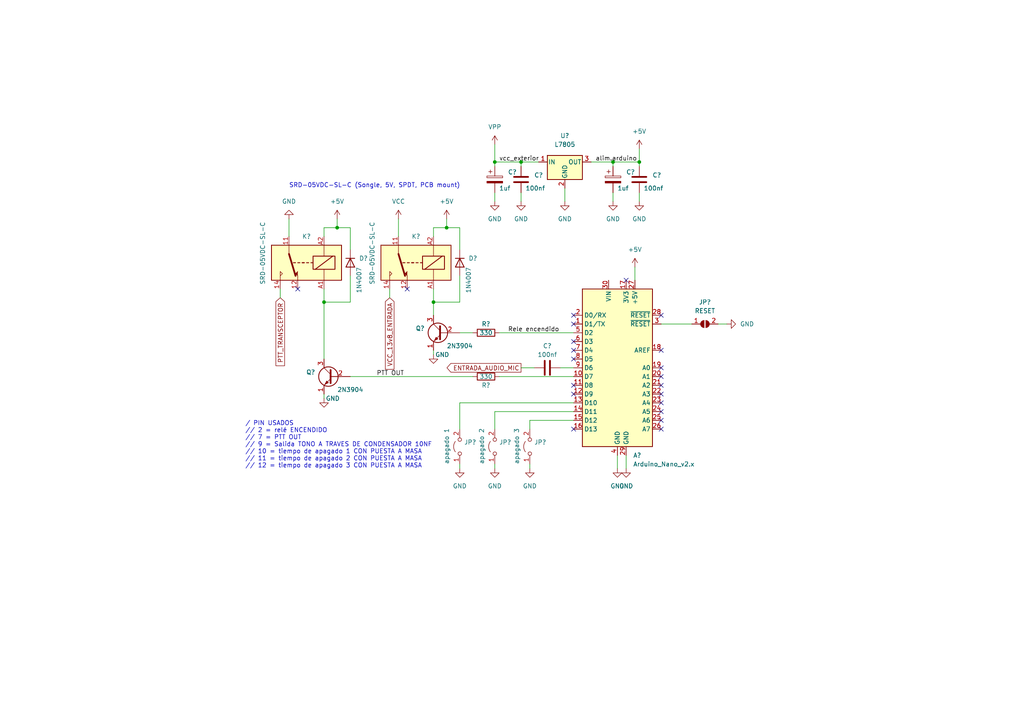
<source format=kicad_sch>
(kicad_sch (version 20211123) (generator eeschema)
  (paper "A4")
  (title_block (title "Baliza") (date "2026-01-30") (rev "1") (company "EA7HG_F4LEC"))
  (lib_symbols
    (symbol "Device:C" (pin_numbers hide) (pin_names (offset 0.254))
      (property "Reference" "C" (at 0.635 2.54 0))
      (property "Value" "C" (at 0.635 -2.54 0))
      (symbol "C_0_1"
        (polyline (pts (xy -2.032 -0.762) (xy 2.032 -0.762)) (stroke (width 0.508)))
        (polyline (pts (xy -2.032 0.762) (xy 2.032 0.762)) (stroke (width 0.508)))
      )
      (symbol "C_1_1"
        (pin passive line (at 0 3.81 270) (length 2.794) (name "~") (number "1"))
        (pin passive line (at 0 -3.81 90) (length 2.794) (name "~") (number "2"))
      )
    )
    (symbol "Device:C_Polarized" (pin_numbers hide) (pin_names (offset 0.254))
      (property "Reference" "C" (at 0.635 2.54 0))
      (property "Value" "C_Polarized" (at 0.635 -2.54 0))
      (symbol "C_Polarized_0_1"
        (rectangle (start -2.286 0.508) (end 2.286 1.016))
        (polyline (pts (xy -1.778 2.286) (xy -0.762 2.286)))
        (polyline (pts (xy -1.27 2.794) (xy -1.27 1.778)))
        (rectangle (start 2.286 -0.508) (end -2.286 -1.016) (fill (type outline)))
      )
      (symbol "C_Polarized_1_1"
        (pin passive line (at 0 3.81 270) (length 2.794) (name "~") (number "1"))
        (pin passive line (at 0 -3.81 90) (length 2.794) (name "~") (number "2"))
      )
    )
    (symbol "Device:R" (pin_numbers hide) (pin_names (offset 0))
      (property "Reference" "R" (at 2.032 0 90))
      (property "Value" "R" (at 0 0 90))
      (symbol "R_0_1"
        (rectangle (start -1.016 -2.54) (end 1.016 2.54) (stroke (width 0.254)))
      )
      (symbol "R_1_1"
        (pin passive line (at 0 3.81 270) (length 1.27) (name "~") (number "1"))
        (pin passive line (at 0 -3.81 90) (length 1.27) (name "~") (number "2"))
      )
    )
    (symbol "Diode:1N4007" (pin_numbers hide) (pin_names hide)
      (property "Reference" "D" (at 0 2.54 0))
      (property "Value" "1N4007" (at 0 -2.54 0))
      (symbol "1N4007_0_1"
        (polyline (pts (xy -1.27 1.27) (xy -1.27 -1.27)) (stroke (width 0.254)))
        (polyline (pts (xy 1.27 0) (xy -1.27 0)))
        (polyline (pts (xy 1.27 1.27) (xy 1.27 -1.27) (xy -1.27 0) (xy 1.27 1.27)) (stroke (width 0.254)))
      )
      (symbol "1N4007_1_1"
        (pin passive line (at -3.81 0 0) (length 2.54) (name "K") (number "1"))
        (pin passive line (at 3.81 0 180) (length 2.54) (name "A") (number "2"))
      )
    )
    (symbol "Jumper:Jumper_2_Open" (pin_names (offset 0) hide)
      (property "Reference" "JP" (at 0 2.794 0))
      (property "Value" "Jumper_2_Open" (at 0 -2.286 0))
      (symbol "Jumper_2_Open_0_0"
        (circle (center -2.032 0) (radius 0.508))
        (circle (center 2.032 0) (radius 0.508))
      )
      (symbol "Jumper_2_Open_0_1"
        (arc (start 1.524 1.27) (mid 0 1.778) (end -1.524 1.27))
      )
      (symbol "Jumper_2_Open_1_1"
        (pin passive line (at -5.08 0 0) (length 2.54) (name "A") (number "1"))
        (pin passive line (at 5.08 0 180) (length 2.54) (name "B") (number "2"))
      )
    )
    (symbol "Jumper:SolderJumper_2_Open" (pin_names (offset 0) hide)
      (property "Reference" "JP" (at 0 2.032 0))
      (property "Value" "SolderJumper_2_Open" (at 0 -2.54 0))
      (symbol "SolderJumper_2_Open_0_1"
        (arc (start -0.254 1.016) (mid -1.27 0) (end -0.254 -1.016))
        (arc (start -0.254 1.016) (mid -1.27 0) (end -0.254 -1.016) (fill (type outline)))
        (polyline (pts (xy -0.254 1.016) (xy -0.254 -1.016)))
        (polyline (pts (xy 0.254 1.016) (xy 0.254 -1.016)))
        (arc (start 0.254 -1.016) (mid 1.27 0) (end 0.254 1.016))
        (arc (start 0.254 -1.016) (mid 1.27 0) (end 0.254 1.016) (fill (type outline)))
      )
      (symbol "SolderJumper_2_Open_1_1"
        (pin passive line (at -3.81 0 0) (length 2.54) (name "A") (number "1"))
        (pin passive line (at 3.81 0 180) (length 2.54) (name "B") (number "2"))
      )
    )
    (symbol "MCU_Module:Arduino_Nano_v2.x"
      (property "Reference" "A" (at -10.16 23.495 0))
      (property "Value" "Arduino_Nano_v2.x" (at 5.08 -24.13 0))
      (symbol "Arduino_Nano_v2.x_0_1"
        (rectangle (start -10.16 22.86) (end 10.16 -22.86) (stroke (width 0.254)) (fill (type background)))
      )
      (symbol "Arduino_Nano_v2.x_1_1"
        (pin bidirectional line (at -12.7 12.7 0) (length 2.54) (name "D1/TX") (number "1"))
        (pin bidirectional line (at -12.7 -2.54 0) (length 2.54) (name "D7") (number "10"))
        (pin bidirectional line (at -12.7 -5.08 0) (length 2.54) (name "D8") (number "11"))
        (pin bidirectional line (at -12.7 -7.62 0) (length 2.54) (name "D9") (number "12"))
        (pin bidirectional line (at -12.7 -10.16 0) (length 2.54) (name "D10") (number "13"))
        (pin bidirectional line (at -12.7 -12.7 0) (length 2.54) (name "D11") (number "14"))
        (pin bidirectional line (at -12.7 -15.24 0) (length 2.54) (name "D12") (number "15"))
        (pin bidirectional line (at -12.7 -17.78 0) (length 2.54) (name "D13") (number "16"))
        (pin power_out line (at 2.54 25.4 270) (length 2.54) (name "3V3") (number "17"))
        (pin input line (at 12.7 5.08 180) (length 2.54) (name "AREF") (number "18"))
        (pin bidirectional line (at 12.7 0 180) (length 2.54) (name "A0") (number "19"))
        (pin bidirectional line (at -12.7 15.24 0) (length 2.54) (name "D0/RX") (number "2"))
        (pin bidirectional line (at 12.7 -2.54 180) (length 2.54) (name "A1") (number "20"))
        (pin bidirectional line (at 12.7 -5.08 180) (length 2.54) (name "A2") (number "21"))
        (pin bidirectional line (at 12.7 -7.62 180) (length 2.54) (name "A3") (number "22"))
        (pin bidirectional line (at 12.7 -10.16 180) (length 2.54) (name "A4") (number "23"))
        (pin bidirectional line (at 12.7 -12.7 180) (length 2.54) (name "A5") (number "24"))
        (pin bidirectional line (at 12.7 -15.24 180) (length 2.54) (name "A6") (number "25"))
        (pin bidirectional line (at 12.7 -17.78 180) (length 2.54) (name "A7") (number "26"))
        (pin power_out line (at 5.08 25.4 270) (length 2.54) (name "+5V") (number "27"))
        (pin input line (at 12.7 15.24 180) (length 2.54) (name "~{RESET}") (number "28"))
        (pin power_in line (at 2.54 -25.4 90) (length 2.54) (name "GND") (number "29"))
        (pin input line (at 12.7 12.7 180) (length 2.54) (name "~{RESET}") (number "3"))
        (pin power_in line (at -2.54 25.4 270) (length 2.54) (name "VIN") (number "30"))
        (pin power_in line (at 0 -25.4 90) (length 2.54) (name "GND") (number "4"))
        (pin bidirectional line (at -12.7 10.16 0) (length 2.54) (name "D2") (number "5"))
        (pin bidirectional line (at -12.7 7.62 0) (length 2.54) (name "D3") (number "6"))
        (pin bidirectional line (at -12.7 5.08 0) (length 2.54) (name "D4") (number "7"))
        (pin bidirectional line (at -12.7 2.54 0) (length 2.54) (name "D5") (number "8"))
        (pin bidirectional line (at -12.7 0 0) (length 2.54) (name "D6") (number "9"))
      )
    )
    (symbol "Regulator_Linear:L7805" (pin_names (offset 0.254))
      (property "Reference" "U" (at -3.81 3.175 0))
      (property "Value" "L7805" (at 0 3.175 0))
      (symbol "L7805_0_1"
        (rectangle (start -5.08 1.905) (end 5.08 -5.08) (stroke (width 0.254)) (fill (type background)))
      )
      (symbol "L7805_1_1"
        (pin power_in line (at -7.62 0 0) (length 2.54) (name "IN") (number "1"))
        (pin power_in line (at 0 -7.62 90) (length 2.54) (name "GND") (number "2"))
        (pin power_out line (at 7.62 0 180) (length 2.54) (name "OUT") (number "3"))
      )
    )
    (symbol "Relay:FINDER-36.11"
      (property "Reference" "K" (at 11.43 3.81 0))
      (property "Value" "FINDER-36.11" (at 11.43 1.27 0))
      (symbol "FINDER-36.11_0_0"
        (polyline (pts (xy 2.54 3.81) (xy 2.54 5.08)))
        (polyline (pts (xy 7.62 3.81) (xy 7.62 5.08)))
        (polyline (pts (xy 7.62 3.81) (xy 7.62 2.54) (xy 6.985 3.175) (xy 7.62 3.81)))
      )
      (symbol "FINDER-36.11_0_1"
        (rectangle (start -10.16 5.08) (end 10.16 -5.08) (stroke (width 0.254)) (fill (type background)))
        (rectangle (start -8.255 1.905) (end -1.905 -1.905) (stroke (width 0.254)))
        (polyline (pts (xy -7.62 -1.905) (xy -2.54 1.905)) (stroke (width 0.254)))
        (polyline (pts (xy -5.08 -5.08) (xy -5.08 -1.905)))
        (polyline (pts (xy -5.08 5.08) (xy -5.08 1.905)))
        (polyline (pts (xy -1.905 0) (xy -1.27 0)) (stroke (width 0.254)))
        (polyline (pts (xy -0.635 0) (xy 0 0)) (stroke (width 0.254)))
        (polyline (pts (xy 0.635 0) (xy 1.27 0)) (stroke (width 0.254)))
        (polyline (pts (xy 0.635 0) (xy 1.27 0)) (stroke (width 0.254)))
        (polyline (pts (xy 1.905 0) (xy 2.54 0)) (stroke (width 0.254)))
        (polyline (pts (xy 3.175 0) (xy 3.81 0)) (stroke (width 0.254)))
        (polyline (pts (xy 5.08 -2.54) (xy 3.175 3.81)) (stroke (width 0.508)))
        (polyline (pts (xy 5.08 -2.54) (xy 5.08 -5.08)))
        (polyline (pts (xy 2.54 2.54) (xy 3.175 3.175) (xy 2.54 3.81)) (fill (type outline)))
      )
      (symbol "FINDER-36.11_1_1"
        (pin passive line (at 5.08 -7.62 90) (length 2.54) (name "~") (number "11"))
        (pin passive line (at 2.54 7.62 270) (length 2.54) (name "~") (number "12"))
        (pin passive line (at 7.62 7.62 270) (length 2.54) (name "~") (number "14"))
        (pin passive line (at -5.08 7.62 270) (length 2.54) (name "~") (number "A1"))
        (pin passive line (at -5.08 -7.62 90) (length 2.54) (name "~") (number "A2"))
      )
    )
    (symbol "Transistor_BJT:2N3904" (pin_names (offset 0) hide)
      (property "Reference" "Q" (at 5.08 1.905 0))
      (property "Value" "2N3904" (at 5.08 0 0))
      (symbol "2N3904_0_1"
        (polyline (pts (xy 0.635 0.635) (xy 2.54 2.54)))
        (polyline (pts (xy 0.635 -0.635) (xy 2.54 -2.54) (xy 2.54 -2.54)))
        (polyline (pts (xy 0.635 1.905) (xy 0.635 -1.905) (xy 0.635 -1.905)) (stroke (width 0.508)))
        (polyline (pts (xy 1.27 -1.778) (xy 1.778 -1.27) (xy 2.286 -2.286) (xy 1.27 -1.778) (xy 1.27 -1.778)) (fill (type outline)))
        (circle (center 1.27 0) (radius 2.8194) (stroke (width 0.254)))
      )
      (symbol "2N3904_1_1"
        (pin passive line (at 2.54 -5.08 90) (length 2.54) (name "E") (number "1"))
        (pin passive line (at -5.08 0 0) (length 5.715) (name "B") (number "2"))
        (pin passive line (at 2.54 5.08 270) (length 2.54) (name "C") (number "3"))
      )
    )
    (symbol "power:+5V" (power) (pin_names (offset 0))
      (property "Value" "+5V" (at 0 3.556 0))
      (symbol "+5V_0_1"
        (polyline (pts (xy -0.762 1.27) (xy 0 2.54)))
        (polyline (pts (xy 0 0) (xy 0 2.54)))
        (polyline (pts (xy 0 2.54) (xy 0.762 1.27)))
      )
      (symbol "+5V_1_1"
        (pin power_in line (at 0 0 90) (length 0) hide (name "+5V") (number "1"))
      )
    )
    (symbol "power:GND" (power) (pin_names (offset 0))
      (property "Value" "GND" (at 0 -3.81 0))
      (symbol "GND_0_1"
        (polyline (pts (xy 0 0) (xy 0 -1.27) (xy 1.27 -1.27) (xy 0 -2.54) (xy -1.27 -1.27) (xy 0 -1.27)))
      )
      (symbol "GND_1_1"
        (pin power_in line (at 0 0 270) (length 0) hide (name "GND") (number "1"))
      )
    )
    (symbol "power:VCC" (power) (pin_names (offset 0))
      (property "Value" "VCC" (at 0 3.81 0))
      (symbol "VCC_0_1"
        (polyline (pts (xy -0.762 1.27) (xy 0 2.54)))
        (polyline (pts (xy 0 0) (xy 0 2.54)))
        (polyline (pts (xy 0 2.54) (xy 0.762 1.27)))
      )
      (symbol "VCC_1_1"
        (pin power_in line (at 0 0 90) (length 0) hide (name "VCC") (number "1"))
      )
    )
    (symbol "power:VPP" (power) (pin_names (offset 0))
      (property "Value" "VPP" (at 0 3.81 0))
      (symbol "VPP_0_1"
        (polyline (pts (xy -0.762 1.27) (xy 0 2.54)))
        (polyline (pts (xy 0 0) (xy 0 2.54)))
        (polyline (pts (xy 0 2.54) (xy 0.762 1.27)))
      )
      (symbol "VPP_1_1"
        (pin power_in line (at 0 0 90) (length 0) hide (name "VPP") (number "1"))
      )
    )
  )
  (junction (at 97.79 66.04))
  (junction (at 151.13 46.99))
  (junction (at 129.54 66.04))
  (junction (at 177.8 46.99))
  (junction (at 185.42 46.99))
  (junction (at 93.98 87.63))
  (junction (at 143.51 46.99))
  (junction (at 125.73 87.63))
  (no_connect (at 191.77 119.38))
  (no_connect (at 166.37 111.76))
  (no_connect (at 166.37 91.44))
  (no_connect (at 191.77 124.46))
  (no_connect (at 191.77 116.84))
  (no_connect (at 166.37 101.6))
  (no_connect (at 181.61 81.28))
  (no_connect (at 166.37 104.14))
  (no_connect (at 191.77 106.68))
  (no_connect (at 191.77 121.92))
  (no_connect (at 166.37 99.06))
  (no_connect (at 191.77 101.6))
  (no_connect (at 191.77 114.3))
  (no_connect (at 166.37 93.98))
  (no_connect (at 191.77 111.76))
  (no_connect (at 191.77 91.44))
  (no_connect (at 191.77 109.22))
  (no_connect (at 118.11 83.82))
  (no_connect (at 166.37 124.46))
  (no_connect (at 166.37 114.3))
  (no_connect (at 86.36 83.82))
  (wire (pts (xy 97.79 66.04) (xy 93.98 66.04)))
  (wire (pts (xy 143.51 55.88) (xy 143.51 58.42)))
  (wire (pts (xy 93.98 87.63) (xy 101.6 87.63)))
  (wire (pts (xy 151.13 46.99) (xy 151.13 48.26)))
  (wire (pts (xy 101.6 80.01) (xy 101.6 87.63)))
  (wire (pts (xy 144.78 109.22) (xy 166.37 109.22)))
  (wire (pts (xy 125.73 83.82) (xy 125.73 87.63)))
  (wire (pts (xy 151.13 106.68) (xy 154.94 106.68)))
  (wire (pts (xy 151.13 55.88) (xy 151.13 58.42)))
  (wire (pts (xy 133.35 72.39) (xy 133.35 66.04)))
  (wire (pts (xy 153.67 134.62) (xy 153.67 135.89)))
  (wire (pts (xy 153.67 121.92) (xy 153.67 124.46)))
  (wire (pts (xy 184.15 77.47) (xy 184.15 81.28)))
  (wire (pts (xy 133.35 80.01) (xy 133.35 87.63)))
  (wire (pts (xy 129.54 66.04) (xy 125.73 66.04)))
  (wire (pts (xy 133.35 87.63) (xy 125.73 87.63)))
  (wire (pts (xy 125.73 87.63) (xy 125.73 91.44)))
  (wire (pts (xy 125.73 101.6) (xy 125.73 102.87)))
  (wire (pts (xy 93.98 87.63) (xy 93.98 104.14)))
  (wire (pts (xy 143.51 119.38) (xy 143.51 124.46)))
  (wire (pts (xy 113.03 83.82) (xy 113.03 86.36)))
  (wire (pts (xy 166.37 121.92) (xy 153.67 121.92)))
  (wire (pts (xy 166.37 119.38) (xy 143.51 119.38)))
  (wire (pts (xy 101.6 72.39) (xy 101.6 66.04)))
  (wire (pts (xy 208.28 93.98) (xy 210.82 93.98)))
  (wire (pts (xy 143.51 41.91) (xy 143.51 46.99)))
  (wire (pts (xy 177.8 46.99) (xy 177.8 48.26)))
  (wire (pts (xy 125.73 66.04) (xy 125.73 68.58)))
  (wire (pts (xy 129.54 63.5) (xy 129.54 66.04)))
  (wire (pts (xy 179.07 132.08) (xy 179.07 135.89)))
  (wire (pts (xy 101.6 109.22) (xy 137.16 109.22)))
  (wire (pts (xy 185.42 46.99) (xy 185.42 48.26)))
  (wire (pts (xy 93.98 83.82) (xy 93.98 87.63)))
  (wire (pts (xy 181.61 132.08) (xy 181.61 135.89)))
  (wire (pts (xy 97.79 63.5) (xy 97.79 66.04)))
  (wire (pts (xy 133.35 66.04) (xy 129.54 66.04)))
  (wire (pts (xy 163.83 54.61) (xy 163.83 58.42)))
  (wire (pts (xy 81.28 83.82) (xy 81.28 86.36)))
  (wire (pts (xy 83.82 63.5) (xy 83.82 68.58)))
  (wire (pts (xy 185.42 43.18) (xy 185.42 46.99)))
  (wire (pts (xy 156.21 46.99) (xy 151.13 46.99)))
  (wire (pts (xy 162.56 106.68) (xy 166.37 106.68)))
  (wire (pts (xy 143.51 134.62) (xy 143.51 135.89)))
  (wire (pts (xy 191.77 93.98) (xy 200.66 93.98)))
  (wire (pts (xy 133.35 116.84) (xy 133.35 124.46)))
  (wire (pts (xy 115.57 63.5) (xy 115.57 68.58)))
  (wire (pts (xy 171.45 46.99) (xy 177.8 46.99)))
  (wire (pts (xy 133.35 96.52) (xy 137.16 96.52)))
  (wire (pts (xy 177.8 55.88) (xy 177.8 58.42)))
  (wire (pts (xy 185.42 46.99) (xy 177.8 46.99)))
  (wire (pts (xy 151.13 46.99) (xy 143.51 46.99)))
  (wire (pts (xy 101.6 66.04) (xy 97.79 66.04)))
  (wire (pts (xy 93.98 66.04) (xy 93.98 68.58)))
  (wire (pts (xy 144.78 96.52) (xy 166.37 96.52)))
  (wire (pts (xy 93.98 114.3) (xy 93.98 115.57)))
  (wire (pts (xy 166.37 116.84) (xy 133.35 116.84)))
  (wire (pts (xy 143.51 46.99) (xy 143.51 48.26)))
  (wire (pts (xy 185.42 55.88) (xy 185.42 58.42)))
  (wire (pts (xy 133.35 134.62) (xy 133.35 135.89)))
  (text "/ PIN USADOS\n// 2 = relé ENCENDIDO\n// 7 = PTT OUT  \n// 9 = Salida TONO A TRAVES DE CONDENSADOR 10NF\n// 10 = tiempo de apagado 1 CON PUESTA A MASA\n// 11 = tiempo de apagado 2 CON PUESTA A MASA\n// 12 = tiempo de apagado 3 CON PUESTA A MASA" (at 71.12 135.89 0) (effects (font (size 1.27 1.27)) (justify left bottom)))
  (text "SRD-05VDC-SL-C (Songle, 5V, SPDT, PCB mount) " (at 83.82 54.61 0) (effects (font (size 1.27 1.27)) (justify left bottom)))
  (label "vcc_exterior" (at 144.78 46.99 0))
  (label "Rele encendido" (at 147.32 96.52 0))
  (label "alim.arduino" (at 172.72 46.99 0))
  (label "PTT OUT" (at 109.22 109.22 0))
  (global_label "VCC_13v8_ENTRADA" (shape input) (at 113.03 86.36 270) (property "Références Inter-Feuilles" "${INTERSHEET_REFS}" (effects hide)))
  (global_label "PTT_TRANSCEPTOR" (shape input) (at 81.28 86.36 270) (property "Références Inter-Feuilles" "${INTERSHEET_REFS}" (effects hide)))
  (global_label "ENTRADA_AUDIO_MIC" (shape output) (at 151.13 106.68 180) (property "Références Inter-Feuilles" "${INTERSHEET_REFS}" (effects hide)))
  (symbol (lib_id "Jumper:Jumper_2_Open") (at 153.67 129.54 90) (unit 1)
    (property "Reference" "JP?" (at 154.94 128.2699 90) (effects (justify right)))
    (property "Value" "apagado 3" (at 149.86 134.62 0) (effects (justify left)))
  )
  (symbol (lib_id "Device:C") (at 185.42 52.07 0) (unit 1)
    (property "Reference" "C?" (at 189.23 50.7999 0) (effects (justify left)))
    (property "Value" "100nf" (at 186.69 54.61 0) (effects (justify left)))
  )
  (symbol (lib_id "Regulator_Linear:L7805") (at 163.83 46.99 0) (unit 1)
    (property "Reference" "U?" (at 163.83 39.37 0))
    (property "Value" "L7805" (at 163.83 41.91 0))
    (property "Datasheet" "http://www.st.com/content/ccc/resource/technical/document/datasheet/41/4f/b3/b0/12/d4/47/88/CD00000444.pdf/files/CD00000444.pdf/jcr:content/translations/en.CD00000444.pdf" (effects hide))
  )
  (symbol (lib_id "power:GND") (at 83.82 63.5 180) (unit 1)
    (property "Reference" "#PWR?" (effects hide))
    (property "Value" "GND" (at 83.82 58.42 0))
  )
  (symbol (lib_id "Jumper:Jumper_2_Open") (at 133.35 129.54 90) (unit 1)
    (property "Reference" "JP?" (at 134.62 128.2699 90) (effects (justify right)))
    (property "Value" "apagado 1" (at 129.54 134.62 0) (effects (justify left)))
  )
  (symbol (lib_id "power:GND") (at 133.35 135.89 0) (unit 1)
    (property "Reference" "#PWR?" (effects hide))
    (property "Value" "GND" (at 133.35 140.97 0))
  )
  (symbol (lib_id "power:GND") (at 185.42 58.42 0) (unit 1)
    (property "Reference" "#PWR?" (effects hide))
    (property "Value" "GND" (at 185.42 63.5 0))
  )
  (symbol (lib_id "power:VCC") (at 115.57 63.5 0) (unit 1)
    (property "Reference" "#PWR?" (effects hide))
    (property "Value" "VCC" (at 115.57 58.42 0))
  )
  (symbol (lib_id "power:GND") (at 179.07 135.89 0) (unit 1)
    (property "Reference" "#PWR?" (effects hide))
    (property "Value" "GND" (at 179.07 140.97 0))
  )
  (symbol (lib_id "Diode:1N4007") (at 101.6 76.2 270) (unit 1)
    (property "Reference" "D?" (at 104.14 74.9299 90) (effects (justify left)))
    (property "Value" "1N4007" (at 104.14 77.47 0) (effects (justify left)))
    (property "Footprint" "Diode_THT:D_DO-41_SOD81_P10.16mm_Horizontal" (effects hide))
    (property "Datasheet" "http://www.vishay.com/docs/88503/1n4001.pdf" (effects hide))
  )
  (symbol (lib_id "power:GND") (at 143.51 58.42 0) (unit 1)
    (property "Reference" "#PWR?" (effects hide))
    (property "Value" "GND" (at 143.51 63.5 0))
  )
  (symbol (lib_id "Device:R") (at 140.97 109.22 90) (unit 1)
    (property "Reference" "R?" (at 140.97 111.76 90))
    (property "Value" "330" (at 140.97 109.22 90))
  )
  (symbol (lib_id "MCU_Module:Arduino_Nano_v2.x") (at 179.07 106.68 0) (unit 1)
    (property "Reference" "A?" (at 183.6294 132.08 0) (effects (justify left)))
    (property "Value" "Arduino_Nano_v2.x" (at 183.6294 134.62 0) (effects (justify left)))
    (property "Footprint" "Module:Arduino_Nano" (effects hide))
    (property "Datasheet" "https://www.arduino.cc/en/uploads/Main/ArduinoNanoManual23.pdf" (effects hide))
  )
  (symbol (lib_id "power:GND") (at 125.73 102.87 0) (unit 1)
    (property "Reference" "#PWR?" (effects hide))
    (property "Value" "GND" (at 128.27 102.87 0))
  )
  (symbol (lib_id "power:GND") (at 151.13 58.42 0) (unit 1)
    (property "Reference" "#PWR?" (effects hide))
    (property "Value" "GND" (at 151.13 63.5 0))
  )
  (symbol (lib_id "Device:C") (at 151.13 52.07 0) (unit 1)
    (property "Reference" "C?" (at 154.94 50.7999 0) (effects (justify left)))
    (property "Value" "100nf" (at 152.4 54.61 0) (effects (justify left)))
  )
  (symbol (lib_id "Transistor_BJT:2N3904") (at 128.27 96.52 0) (mirror y) (unit 1)
    (property "Reference" "Q?" (at 123.19 95.2499 0) (effects (justify left)))
    (property "Value" "2N3904" (at 137.16 100.33 0) (effects (justify left)))
    (property "Footprint" "Package_TO_SOT_THT:TO-92_Inline" (effects hide))
    (property "Datasheet" "https://www.onsemi.com/pub/Collateral/2N3903-D.PDF" (effects hide))
  )
  (symbol (lib_id "power:+5V") (at 185.42 43.18 0) (unit 1)
    (property "Reference" "#PWR?" (effects hide))
    (property "Value" "+5V" (at 185.42 38.1 0))
  )
  (symbol (lib_id "Device:R") (at 140.97 96.52 90) (unit 1)
    (property "Reference" "R?" (at 140.97 93.98 90))
    (property "Value" "330" (at 140.97 96.52 90))
  )
  (symbol (lib_id "Diode:1N4007") (at 133.35 76.2 270) (unit 1)
    (property "Reference" "D?" (at 135.89 74.9299 90) (effects (justify left)))
    (property "Value" "1N4007" (at 135.89 77.47 0) (effects (justify left)))
    (property "Footprint" "Diode_THT:D_DO-41_SOD81_P10.16mm_Horizontal" (effects hide))
    (property "Datasheet" "http://www.vishay.com/docs/88503/1n4001.pdf" (effects hide))
  )
  (symbol (lib_id "power:+5V") (at 129.54 63.5 0) (unit 1)
    (property "Reference" "#PWR?" (effects hide))
    (property "Value" "+5V" (at 129.54 58.42 0))
  )
  (symbol (lib_id "power:GND") (at 143.51 135.89 0) (unit 1)
    (property "Reference" "#PWR?" (effects hide))
    (property "Value" "GND" (at 143.51 140.97 0))
  )
  (symbol (lib_id "Transistor_BJT:2N3904") (at 96.52 109.22 0) (mirror y) (unit 1)
    (property "Reference" "Q?" (at 91.44 107.9499 0) (effects (justify left)))
    (property "Value" "2N3904" (at 105.41 113.03 0) (effects (justify left)))
    (property "Footprint" "Package_TO_SOT_THT:TO-92_Inline" (effects hide))
    (property "Datasheet" "https://www.onsemi.com/pub/Collateral/2N3903-D.PDF" (effects hide))
  )
  (symbol (lib_id "power:GND") (at 93.98 115.57 0) (unit 1)
    (property "Reference" "#PWR?" (effects hide))
    (property "Value" "GND" (at 96.52 115.57 0))
  )
  (symbol (lib_id "power:+5V") (at 184.15 77.47 0) (unit 1)
    (property "Reference" "#PWR?" (effects hide))
    (property "Value" "+5V" (at 184.15 72.39 0))
  )
  (symbol (lib_id "Device:C_Polarized") (at 143.51 52.07 0) (unit 1)
    (property "Reference" "C?" (at 147.32 49.9109 0) (effects (justify left)))
    (property "Value" "1uf" (at 144.78 54.61 0) (effects (justify left)))
  )
  (symbol (lib_id "power:GND") (at 210.82 93.98 90) (unit 1)
    (property "Reference" "#PWR?" (effects hide))
    (property "Value" "GND" (at 214.63 93.9799 90) (effects (justify right)))
  )
  (symbol (lib_id "power:GND") (at 163.83 58.42 0) (unit 1)
    (property "Reference" "#PWR?" (effects hide))
    (property "Value" "GND" (at 163.83 63.5 0))
  )
  (symbol (lib_id "power:GND") (at 181.61 135.89 0) (unit 1)
    (property "Reference" "#PWR?" (effects hide))
    (property "Value" "GND" (at 181.61 140.97 0))
  )
  (symbol (lib_id "power:VPP") (at 143.51 41.91 0) (unit 1)
    (property "Reference" "#PWR?" (effects hide))
    (property "Value" "VPP" (at 143.51 36.83 0))
  )
  (symbol (lib_id "Device:C_Polarized") (at 177.8 52.07 0) (unit 1)
    (property "Reference" "C?" (at 181.61 49.9109 0) (effects (justify left)))
    (property "Value" "1uf" (at 179.07 54.61 0) (effects (justify left)))
  )
  (symbol (lib_id "Device:C") (at 158.75 106.68 90) (unit 1)
    (property "Reference" "C?" (at 158.75 100.33 90))
    (property "Value" "100nf" (at 158.75 102.87 90))
  )
  (symbol (lib_id "Relay:FINDER-36.11") (at 120.65 76.2 180) (unit 1)
    (property "Reference" "K?" (at 119.38 68.58 0) (effects (justify right)))
    (property "Value" "SRD-05VDC-SL-C" (at 107.95 82.55 90) (effects (justify right)))
    (property "Footprint" "Relay_THT:Relay_SPDT_Finder_36.11" (effects hide))
    (property "Datasheet" "https://www.amazon.fr/Srd-05vdc-sl-c-Puissance-Circuits-Commutation-S%C3%A9curit%C3%A9/dp/B0C4XJLYTF/ref=sr_1_28?__mk_fr_FR=%C3%85M%C3%85%C5%BD%C3%95%C3%91&crid=2VPXPBPXARA4Z&dib=eyJ2IjoiMSJ9.pdWu3bG2zeuCHnCMkLH-szOiU7WkBNRNj6SfuGrglcp8Tw3_SlWNRJKYa6t1EsEpUCIeQlTxbKFhpDS3opWYE6zU8tx2atyxJl-1CG5cnb6kJh_bk2oPwYppaEZTGGniDM8JquY_26rXHjh2cItpHObRSL1Ccm5xEWngBE0zjRESUoJkgjQ8HBR2xbDuBV3N6JQ-zwKq2fcIsEZtbZWfNiCI_jXx4Bkjwuvp1mj_ty6iAOjPXblWUMqf17P9TfCQAu8Zg3akolQjcGIYg-9ZEXUy4Dg1OXFCOVPtRX2BThw.PNlXxQZPd2NktfZ_hkM4hV9mUMwsZwIL15OKDFXuNuQ&dib_tag=se&keywords=relais+arduino&qid=1769762546&sprefix=relai+arduino%2Caps%2C224&sr=8-28" (effects hide))
  )
  (symbol (lib_id "power:GND") (at 153.67 135.89 0) (unit 1)
    (property "Reference" "#PWR?" (effects hide))
    (property "Value" "GND" (at 153.67 140.97 0))
  )
  (symbol (lib_id "power:+5V") (at 97.79 63.5 0) (unit 1)
    (property "Reference" "#PWR?" (effects hide))
    (property "Value" "+5V" (at 97.79 58.42 0))
  )
  (symbol (lib_id "Jumper:Jumper_2_Open") (at 143.51 129.54 90) (unit 1)
    (property "Reference" "JP?" (at 144.78 128.2699 90) (effects (justify right)))
    (property "Value" "apagado 2" (at 139.7 134.62 0) (effects (justify left)))
  )
  (symbol (lib_id "power:GND") (at 177.8 58.42 0) (unit 1)
    (property "Reference" "#PWR?" (effects hide))
    (property "Value" "GND" (at 177.8 63.5 0))
  )
  (symbol (lib_id "Relay:FINDER-36.11") (at 88.9 76.2 180) (unit 1)
    (property "Reference" "K?" (at 87.63 68.58 0) (effects (justify right)))
    (property "Value" "SRD-05VDC-SL-C" (at 76.2 82.55 90) (effects (justify right)))
    (property "Footprint" "Relay_THT:Relay_SPDT_Finder_36.11" (effects hide))
    (property "Datasheet" "https://www.amazon.fr/Srd-05vdc-sl-c-Puissance-Circuits-Commutation-S%C3%A9curit%C3%A9/dp/B0C4XJLYTF/ref=sr_1_28?__mk_fr_FR=%C3%85M%C3%85%C5%BD%C3%95%C3%91&crid=2VPXPBPXARA4Z&dib=eyJ2IjoiMSJ9.pdWu3bG2zeuCHnCMkLH-szOiU7WkBNRNj6SfuGrglcp8Tw3_SlWNRJKYa6t1EsEpUCIeQlTxbKFhpDS3opWYE6zU8tx2atyxJl-1CG5cnb6kJh_bk2oPwYppaEZTGGniDM8JquY_26rXHjh2cItpHObRSL1Ccm5xEWngBE0zjRESUoJkgjQ8HBR2xbDuBV3N6JQ-zwKq2fcIsEZtbZWfNiCI_jXx4Bkjwuvp1mj_ty6iAOjPXblWUMqf17P9TfCQAu8Zg3akolQjcGIYg-9ZEXUy4Dg1OXFCOVPtRX2BThw.PNlXxQZPd2NktfZ_hkM4hV9mUMwsZwIL15OKDFXuNuQ&dib_tag=se&keywords=relais+arduino&qid=1769762546&sprefix=relai+arduino%2Caps%2C224&sr=8-28" (effects hide))
  )
  (symbol (lib_id "Jumper:SolderJumper_2_Open") (at 204.47 93.98 0) (unit 1)
    (property "Reference" "JP?" (at 204.47 87.63 0))
    (property "Value" "RESET" (at 204.47 90.17 0))
  )
)
</source>
